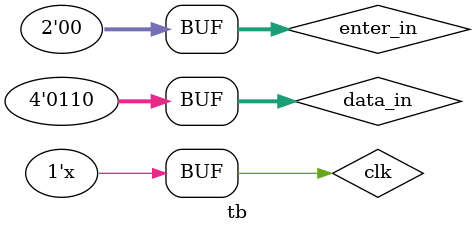
<source format=v>
module tb;
reg clk = 0;
reg [3:0] data_in = 0;
reg [1:0] enter_in = 0;
wire [3:0] data_out;

shift_register_checker shiftRegChecker(clk, data_in, enter_in, data_out);

always #5 clk <= ~clk;

initial 
begin
	// 3 _ _
	#10 data_in = 3;
	#10 enter_in = 1;
	#10 enter_in = 0;
	
	// 3 _ _
	#10 data_in = 3;
	#10 enter_in = 1;
	#10 enter_in = 0;

	// 3 4 _
	#10 data_in = 4;
	#10 enter_in = 1;
	#10 enter_in = 0;
	
	//	3 4 _
	#10 data_in = 4;
	#10 enter_in = 1;
	#10 enter_in = 0;

	//	3 _ _
	#10 data_in = 5;
	#10 enter_in = 1;
	#10 enter_in = 0;	
		
	// 3 _ _
	#10 data_in = 3;
	#10 enter_in = 1;
	#10 enter_in = 0;
	
	//	3 4 _
	#10 data_in = 4;
	#10 enter_in = 1;
	#10 enter_in = 0;
	
	// 3 4 6
	#10 data_in = 6;
	#10 enter_in = 1;
	#10 enter_in = 0;
	
	// 3 4 6
	#10 data_in = 6;
	#10 enter_in = 1;
	#10 enter_in = 0;
	
	#10 enter_in = 1;
	#10 enter_in = 0;
	
end

endmodule
</source>
